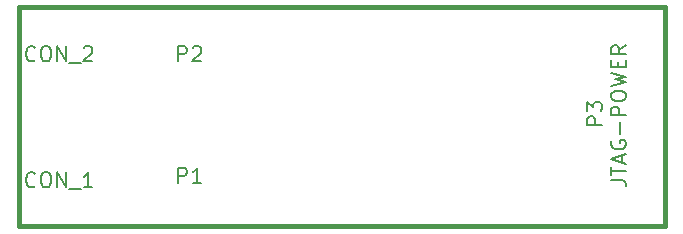
<source format=gbr>
G04 (created by PCBNEW-RS274X (2010-03-14)-final) date jue 03 nov 2011 19:09:22 ART*
G01*
G70*
G90*
%MOIN*%
G04 Gerber Fmt 3.4, Leading zero omitted, Abs format*
%FSLAX34Y34*%
G04 APERTURE LIST*
%ADD10C,0.000100*%
%ADD11C,0.015000*%
%ADD12C,0.005000*%
G04 APERTURE END LIST*
G54D10*
G54D11*
X76900Y-45850D02*
X76900Y-53150D01*
X76900Y-53150D02*
X55350Y-53150D01*
X55350Y-53150D02*
X55350Y-45850D01*
X55350Y-45850D02*
X76900Y-45850D01*
G54D12*
X60681Y-51702D02*
X60681Y-51202D01*
X60872Y-51202D01*
X60919Y-51226D01*
X60943Y-51250D01*
X60967Y-51298D01*
X60967Y-51369D01*
X60943Y-51417D01*
X60919Y-51440D01*
X60872Y-51464D01*
X60681Y-51464D01*
X61443Y-51702D02*
X61157Y-51702D01*
X61300Y-51702D02*
X61300Y-51202D01*
X61252Y-51274D01*
X61205Y-51321D01*
X61157Y-51345D01*
X55903Y-51805D02*
X55879Y-51829D01*
X55808Y-51852D01*
X55760Y-51852D01*
X55688Y-51829D01*
X55641Y-51781D01*
X55617Y-51733D01*
X55593Y-51638D01*
X55593Y-51567D01*
X55617Y-51471D01*
X55641Y-51424D01*
X55688Y-51376D01*
X55760Y-51352D01*
X55808Y-51352D01*
X55879Y-51376D01*
X55903Y-51400D01*
X56212Y-51352D02*
X56308Y-51352D01*
X56355Y-51376D01*
X56403Y-51424D01*
X56427Y-51519D01*
X56427Y-51686D01*
X56403Y-51781D01*
X56355Y-51829D01*
X56308Y-51852D01*
X56212Y-51852D01*
X56165Y-51829D01*
X56117Y-51781D01*
X56093Y-51686D01*
X56093Y-51519D01*
X56117Y-51424D01*
X56165Y-51376D01*
X56212Y-51352D01*
X56641Y-51852D02*
X56641Y-51352D01*
X56927Y-51852D01*
X56927Y-51352D01*
X57046Y-51900D02*
X57427Y-51900D01*
X57808Y-51852D02*
X57522Y-51852D01*
X57665Y-51852D02*
X57665Y-51352D01*
X57617Y-51424D01*
X57570Y-51471D01*
X57522Y-51495D01*
X60681Y-47652D02*
X60681Y-47152D01*
X60872Y-47152D01*
X60919Y-47176D01*
X60943Y-47200D01*
X60967Y-47248D01*
X60967Y-47319D01*
X60943Y-47367D01*
X60919Y-47390D01*
X60872Y-47414D01*
X60681Y-47414D01*
X61157Y-47200D02*
X61181Y-47176D01*
X61229Y-47152D01*
X61348Y-47152D01*
X61395Y-47176D01*
X61419Y-47200D01*
X61443Y-47248D01*
X61443Y-47295D01*
X61419Y-47367D01*
X61133Y-47652D01*
X61443Y-47652D01*
X55903Y-47605D02*
X55879Y-47629D01*
X55808Y-47652D01*
X55760Y-47652D01*
X55688Y-47629D01*
X55641Y-47581D01*
X55617Y-47533D01*
X55593Y-47438D01*
X55593Y-47367D01*
X55617Y-47271D01*
X55641Y-47224D01*
X55688Y-47176D01*
X55760Y-47152D01*
X55808Y-47152D01*
X55879Y-47176D01*
X55903Y-47200D01*
X56212Y-47152D02*
X56308Y-47152D01*
X56355Y-47176D01*
X56403Y-47224D01*
X56427Y-47319D01*
X56427Y-47486D01*
X56403Y-47581D01*
X56355Y-47629D01*
X56308Y-47652D01*
X56212Y-47652D01*
X56165Y-47629D01*
X56117Y-47581D01*
X56093Y-47486D01*
X56093Y-47319D01*
X56117Y-47224D01*
X56165Y-47176D01*
X56212Y-47152D01*
X56641Y-47652D02*
X56641Y-47152D01*
X56927Y-47652D01*
X56927Y-47152D01*
X57046Y-47700D02*
X57427Y-47700D01*
X57522Y-47200D02*
X57546Y-47176D01*
X57594Y-47152D01*
X57713Y-47152D01*
X57760Y-47176D01*
X57784Y-47200D01*
X57808Y-47248D01*
X57808Y-47295D01*
X57784Y-47367D01*
X57498Y-47652D01*
X57808Y-47652D01*
X74802Y-49769D02*
X74302Y-49769D01*
X74302Y-49578D01*
X74326Y-49531D01*
X74350Y-49507D01*
X74398Y-49483D01*
X74469Y-49483D01*
X74517Y-49507D01*
X74540Y-49531D01*
X74564Y-49578D01*
X74564Y-49769D01*
X74302Y-49317D02*
X74302Y-49007D01*
X74493Y-49174D01*
X74493Y-49102D01*
X74517Y-49055D01*
X74540Y-49031D01*
X74588Y-49007D01*
X74707Y-49007D01*
X74755Y-49031D01*
X74779Y-49055D01*
X74802Y-49102D01*
X74802Y-49245D01*
X74779Y-49293D01*
X74755Y-49317D01*
X75102Y-51616D02*
X75460Y-51616D01*
X75531Y-51640D01*
X75579Y-51688D01*
X75602Y-51759D01*
X75602Y-51807D01*
X75102Y-51449D02*
X75102Y-51164D01*
X75602Y-51307D02*
X75102Y-51307D01*
X75460Y-51021D02*
X75460Y-50783D01*
X75602Y-51068D02*
X75102Y-50902D01*
X75602Y-50735D01*
X75126Y-50306D02*
X75102Y-50354D01*
X75102Y-50425D01*
X75126Y-50497D01*
X75174Y-50544D01*
X75221Y-50568D01*
X75317Y-50592D01*
X75388Y-50592D01*
X75483Y-50568D01*
X75531Y-50544D01*
X75579Y-50497D01*
X75602Y-50425D01*
X75602Y-50377D01*
X75579Y-50306D01*
X75555Y-50282D01*
X75388Y-50282D01*
X75388Y-50377D01*
X75412Y-50068D02*
X75412Y-49687D01*
X75602Y-49449D02*
X75102Y-49449D01*
X75102Y-49258D01*
X75126Y-49211D01*
X75150Y-49187D01*
X75198Y-49163D01*
X75269Y-49163D01*
X75317Y-49187D01*
X75340Y-49211D01*
X75364Y-49258D01*
X75364Y-49449D01*
X75102Y-48854D02*
X75102Y-48758D01*
X75126Y-48711D01*
X75174Y-48663D01*
X75269Y-48639D01*
X75436Y-48639D01*
X75531Y-48663D01*
X75579Y-48711D01*
X75602Y-48758D01*
X75602Y-48854D01*
X75579Y-48901D01*
X75531Y-48949D01*
X75436Y-48973D01*
X75269Y-48973D01*
X75174Y-48949D01*
X75126Y-48901D01*
X75102Y-48854D01*
X75102Y-48473D02*
X75602Y-48354D01*
X75245Y-48258D01*
X75602Y-48163D01*
X75102Y-48044D01*
X75340Y-47854D02*
X75340Y-47687D01*
X75602Y-47616D02*
X75602Y-47854D01*
X75102Y-47854D01*
X75102Y-47616D01*
X75602Y-47116D02*
X75364Y-47283D01*
X75602Y-47402D02*
X75102Y-47402D01*
X75102Y-47211D01*
X75126Y-47164D01*
X75150Y-47140D01*
X75198Y-47116D01*
X75269Y-47116D01*
X75317Y-47140D01*
X75340Y-47164D01*
X75364Y-47211D01*
X75364Y-47402D01*
M02*

</source>
